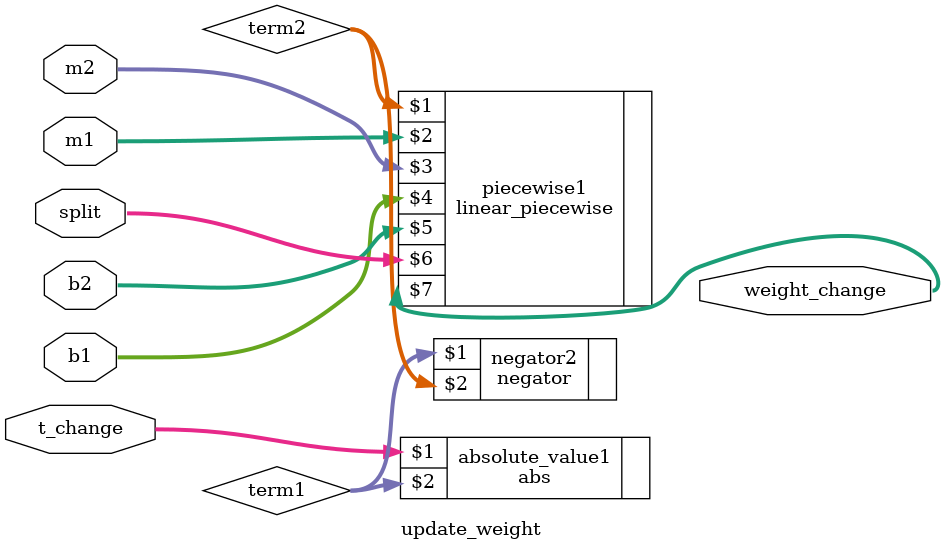
<source format=sv>
module update_weight #(
	parameter N=32,
	parameter Q=16
)(
	input [N-1:0] t_change,
	input [N-1:0] m1,
	input [N-1:0] m2,
	input [N-1:0] b1,
	input [N-1:0] b2,
    input [N-1:0] split,
	output [N-1:0] weight_change 
);
	reg [N-1:0] term1, term2;

	abs absolute_value1 ( t_change, term1 ); // abs|(t_change)
	negator negator2 ( term1, term2 ); // (abs|(t_change))*-1
	linear_piecewise piecewise1 ( 
        term2, 
        m1, 
        m2, 
        b1, 
        b2, 
        split, 
        weight_change 
    ); // e^((abs|(t_change))*-1)
endmodule

</source>
